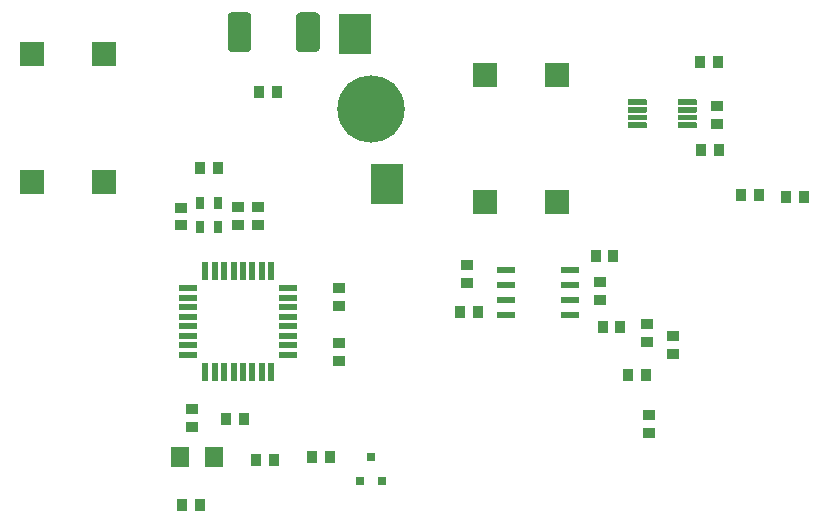
<source format=gtp>
G04 #@! TF.GenerationSoftware,KiCad,Pcbnew,5.1.5-52549c5~86~ubuntu18.04.1*
G04 #@! TF.CreationDate,2020-09-23T21:30:46-07:00*
G04 #@! TF.ProjectId,heat2sound_rx_and_tx_rev02,68656174-3273-46f7-956e-645f72785f61,rev?*
G04 #@! TF.SameCoordinates,Original*
G04 #@! TF.FileFunction,Paste,Top*
G04 #@! TF.FilePolarity,Positive*
%FSLAX46Y46*%
G04 Gerber Fmt 4.6, Leading zero omitted, Abs format (unit mm)*
G04 Created by KiCad (PCBNEW 5.1.5-52549c5~86~ubuntu18.04.1) date 2020-09-23 21:30:46*
%MOMM*%
%LPD*%
G04 APERTURE LIST*
%ADD10R,1.000000X0.900000*%
%ADD11R,1.000760X0.899160*%
%ADD12R,1.600000X0.550000*%
%ADD13R,0.550000X1.600000*%
%ADD14R,0.800000X1.000000*%
%ADD15C,0.100000*%
%ADD16R,0.899160X1.000760*%
%ADD17R,0.800100X0.800100*%
%ADD18R,1.998980X1.998980*%
%ADD19C,5.700000*%
%ADD20R,2.700000X3.500000*%
%ADD21R,1.597660X1.800860*%
%ADD22R,0.900000X1.000000*%
%ADD23R,1.550000X0.600000*%
G04 APERTURE END LIST*
D10*
X93900000Y-116096320D03*
D11*
X93900000Y-117600000D03*
D12*
X103000000Y-122950000D03*
X103000000Y-123750000D03*
X103000000Y-124550000D03*
X103000000Y-125350000D03*
X103000000Y-126150000D03*
X103000000Y-126950000D03*
X103000000Y-127750000D03*
X103000000Y-128550000D03*
D13*
X101550000Y-130000000D03*
X100750000Y-130000000D03*
X99950000Y-130000000D03*
X99150000Y-130000000D03*
X98350000Y-130000000D03*
X97550000Y-130000000D03*
X96750000Y-130000000D03*
X95950000Y-130000000D03*
D12*
X94500000Y-128550000D03*
X94500000Y-127750000D03*
X94500000Y-126950000D03*
X94500000Y-126150000D03*
X94500000Y-125350000D03*
X94500000Y-124550000D03*
X94500000Y-123750000D03*
X94500000Y-122950000D03*
D13*
X95950000Y-121500000D03*
X96750000Y-121500000D03*
X97550000Y-121500000D03*
X98350000Y-121500000D03*
X99150000Y-121500000D03*
X99950000Y-121500000D03*
X100750000Y-121500000D03*
X101550000Y-121500000D03*
D14*
X95500000Y-115750000D03*
X95500000Y-117750000D03*
X97000000Y-115750000D03*
X97000000Y-117750000D03*
D15*
G36*
X105316266Y-99576782D02*
G01*
X105352183Y-99582109D01*
X105387405Y-99590932D01*
X105421593Y-99603165D01*
X105454417Y-99618689D01*
X105485561Y-99637356D01*
X105514726Y-99658986D01*
X105541630Y-99683370D01*
X105566014Y-99710274D01*
X105587644Y-99739439D01*
X105606311Y-99770583D01*
X105621835Y-99803407D01*
X105634068Y-99837595D01*
X105642891Y-99872817D01*
X105648218Y-99908734D01*
X105650000Y-99945000D01*
X105650000Y-102555000D01*
X105648218Y-102591266D01*
X105642891Y-102627183D01*
X105634068Y-102662405D01*
X105621835Y-102696593D01*
X105606311Y-102729417D01*
X105587644Y-102760561D01*
X105566014Y-102789726D01*
X105541630Y-102816630D01*
X105514726Y-102841014D01*
X105485561Y-102862644D01*
X105454417Y-102881311D01*
X105421593Y-102896835D01*
X105387405Y-102909068D01*
X105352183Y-102917891D01*
X105316266Y-102923218D01*
X105280000Y-102925000D01*
X104020000Y-102925000D01*
X103983734Y-102923218D01*
X103947817Y-102917891D01*
X103912595Y-102909068D01*
X103878407Y-102896835D01*
X103845583Y-102881311D01*
X103814439Y-102862644D01*
X103785274Y-102841014D01*
X103758370Y-102816630D01*
X103733986Y-102789726D01*
X103712356Y-102760561D01*
X103693689Y-102729417D01*
X103678165Y-102696593D01*
X103665932Y-102662405D01*
X103657109Y-102627183D01*
X103651782Y-102591266D01*
X103650000Y-102555000D01*
X103650000Y-99945000D01*
X103651782Y-99908734D01*
X103657109Y-99872817D01*
X103665932Y-99837595D01*
X103678165Y-99803407D01*
X103693689Y-99770583D01*
X103712356Y-99739439D01*
X103733986Y-99710274D01*
X103758370Y-99683370D01*
X103785274Y-99658986D01*
X103814439Y-99637356D01*
X103845583Y-99618689D01*
X103878407Y-99603165D01*
X103912595Y-99590932D01*
X103947817Y-99582109D01*
X103983734Y-99576782D01*
X104020000Y-99575000D01*
X105280000Y-99575000D01*
X105316266Y-99576782D01*
G37*
G36*
X99516266Y-99576782D02*
G01*
X99552183Y-99582109D01*
X99587405Y-99590932D01*
X99621593Y-99603165D01*
X99654417Y-99618689D01*
X99685561Y-99637356D01*
X99714726Y-99658986D01*
X99741630Y-99683370D01*
X99766014Y-99710274D01*
X99787644Y-99739439D01*
X99806311Y-99770583D01*
X99821835Y-99803407D01*
X99834068Y-99837595D01*
X99842891Y-99872817D01*
X99848218Y-99908734D01*
X99850000Y-99945000D01*
X99850000Y-102555000D01*
X99848218Y-102591266D01*
X99842891Y-102627183D01*
X99834068Y-102662405D01*
X99821835Y-102696593D01*
X99806311Y-102729417D01*
X99787644Y-102760561D01*
X99766014Y-102789726D01*
X99741630Y-102816630D01*
X99714726Y-102841014D01*
X99685561Y-102862644D01*
X99654417Y-102881311D01*
X99621593Y-102896835D01*
X99587405Y-102909068D01*
X99552183Y-102917891D01*
X99516266Y-102923218D01*
X99480000Y-102925000D01*
X98220000Y-102925000D01*
X98183734Y-102923218D01*
X98147817Y-102917891D01*
X98112595Y-102909068D01*
X98078407Y-102896835D01*
X98045583Y-102881311D01*
X98014439Y-102862644D01*
X97985274Y-102841014D01*
X97958370Y-102816630D01*
X97933986Y-102789726D01*
X97912356Y-102760561D01*
X97893689Y-102729417D01*
X97878165Y-102696593D01*
X97865932Y-102662405D01*
X97857109Y-102627183D01*
X97851782Y-102591266D01*
X97850000Y-102555000D01*
X97850000Y-99945000D01*
X97851782Y-99908734D01*
X97857109Y-99872817D01*
X97865932Y-99837595D01*
X97878165Y-99803407D01*
X97893689Y-99770583D01*
X97912356Y-99739439D01*
X97933986Y-99710274D01*
X97958370Y-99683370D01*
X97985274Y-99658986D01*
X98014439Y-99637356D01*
X98045583Y-99618689D01*
X98078407Y-99603165D01*
X98112595Y-99590932D01*
X98147817Y-99582109D01*
X98183734Y-99576782D01*
X98220000Y-99575000D01*
X99480000Y-99575000D01*
X99516266Y-99576782D01*
G37*
D16*
X95501840Y-141250000D03*
X93998160Y-141250000D03*
X100548160Y-106300000D03*
X102051840Y-106300000D03*
D11*
X107300000Y-122948160D03*
X107300000Y-124451840D03*
D16*
X97001840Y-112750000D03*
X95498160Y-112750000D03*
D11*
X107300000Y-129051840D03*
X107300000Y-127548160D03*
D16*
X100248160Y-137500000D03*
X101751840Y-137500000D03*
D17*
X110000000Y-137250000D03*
X110950000Y-139250000D03*
X109050000Y-139250000D03*
D18*
X87350960Y-113915280D03*
X81249880Y-113915280D03*
X87350960Y-103089800D03*
X81249880Y-103089800D03*
D19*
X110000000Y-107750000D03*
D20*
X108650000Y-101400000D03*
X111350000Y-114100000D03*
D21*
X96669860Y-137250000D03*
X93830140Y-137250000D03*
D22*
X97748160Y-134000000D03*
D16*
X99251840Y-134000000D03*
D10*
X94800000Y-133148160D03*
D11*
X94800000Y-134651840D03*
D22*
X104998160Y-137250000D03*
D16*
X106501840Y-137250000D03*
D10*
X100400000Y-117551840D03*
D11*
X100400000Y-116048160D03*
X98700000Y-116048160D03*
D10*
X98700000Y-117551840D03*
D15*
G36*
X133247252Y-106925602D02*
G01*
X133259386Y-106927402D01*
X133271286Y-106930382D01*
X133282835Y-106934515D01*
X133293925Y-106939760D01*
X133304446Y-106946066D01*
X133314299Y-106953374D01*
X133323388Y-106961612D01*
X133331626Y-106970701D01*
X133338934Y-106980554D01*
X133345240Y-106991075D01*
X133350485Y-107002165D01*
X133354618Y-107013714D01*
X133357598Y-107025614D01*
X133359398Y-107037748D01*
X133360000Y-107050000D01*
X133360000Y-107300000D01*
X133359398Y-107312252D01*
X133357598Y-107324386D01*
X133354618Y-107336286D01*
X133350485Y-107347835D01*
X133345240Y-107358925D01*
X133338934Y-107369446D01*
X133331626Y-107379299D01*
X133323388Y-107388388D01*
X133314299Y-107396626D01*
X133304446Y-107403934D01*
X133293925Y-107410240D01*
X133282835Y-107415485D01*
X133271286Y-107419618D01*
X133259386Y-107422598D01*
X133247252Y-107424398D01*
X133235000Y-107425000D01*
X131860000Y-107425000D01*
X131847748Y-107424398D01*
X131835614Y-107422598D01*
X131823714Y-107419618D01*
X131812165Y-107415485D01*
X131801075Y-107410240D01*
X131790554Y-107403934D01*
X131780701Y-107396626D01*
X131771612Y-107388388D01*
X131763374Y-107379299D01*
X131756066Y-107369446D01*
X131749760Y-107358925D01*
X131744515Y-107347835D01*
X131740382Y-107336286D01*
X131737402Y-107324386D01*
X131735602Y-107312252D01*
X131735000Y-107300000D01*
X131735000Y-107050000D01*
X131735602Y-107037748D01*
X131737402Y-107025614D01*
X131740382Y-107013714D01*
X131744515Y-107002165D01*
X131749760Y-106991075D01*
X131756066Y-106980554D01*
X131763374Y-106970701D01*
X131771612Y-106961612D01*
X131780701Y-106953374D01*
X131790554Y-106946066D01*
X131801075Y-106939760D01*
X131812165Y-106934515D01*
X131823714Y-106930382D01*
X131835614Y-106927402D01*
X131847748Y-106925602D01*
X131860000Y-106925000D01*
X133235000Y-106925000D01*
X133247252Y-106925602D01*
G37*
G36*
X133247252Y-107575602D02*
G01*
X133259386Y-107577402D01*
X133271286Y-107580382D01*
X133282835Y-107584515D01*
X133293925Y-107589760D01*
X133304446Y-107596066D01*
X133314299Y-107603374D01*
X133323388Y-107611612D01*
X133331626Y-107620701D01*
X133338934Y-107630554D01*
X133345240Y-107641075D01*
X133350485Y-107652165D01*
X133354618Y-107663714D01*
X133357598Y-107675614D01*
X133359398Y-107687748D01*
X133360000Y-107700000D01*
X133360000Y-107950000D01*
X133359398Y-107962252D01*
X133357598Y-107974386D01*
X133354618Y-107986286D01*
X133350485Y-107997835D01*
X133345240Y-108008925D01*
X133338934Y-108019446D01*
X133331626Y-108029299D01*
X133323388Y-108038388D01*
X133314299Y-108046626D01*
X133304446Y-108053934D01*
X133293925Y-108060240D01*
X133282835Y-108065485D01*
X133271286Y-108069618D01*
X133259386Y-108072598D01*
X133247252Y-108074398D01*
X133235000Y-108075000D01*
X131860000Y-108075000D01*
X131847748Y-108074398D01*
X131835614Y-108072598D01*
X131823714Y-108069618D01*
X131812165Y-108065485D01*
X131801075Y-108060240D01*
X131790554Y-108053934D01*
X131780701Y-108046626D01*
X131771612Y-108038388D01*
X131763374Y-108029299D01*
X131756066Y-108019446D01*
X131749760Y-108008925D01*
X131744515Y-107997835D01*
X131740382Y-107986286D01*
X131737402Y-107974386D01*
X131735602Y-107962252D01*
X131735000Y-107950000D01*
X131735000Y-107700000D01*
X131735602Y-107687748D01*
X131737402Y-107675614D01*
X131740382Y-107663714D01*
X131744515Y-107652165D01*
X131749760Y-107641075D01*
X131756066Y-107630554D01*
X131763374Y-107620701D01*
X131771612Y-107611612D01*
X131780701Y-107603374D01*
X131790554Y-107596066D01*
X131801075Y-107589760D01*
X131812165Y-107584515D01*
X131823714Y-107580382D01*
X131835614Y-107577402D01*
X131847748Y-107575602D01*
X131860000Y-107575000D01*
X133235000Y-107575000D01*
X133247252Y-107575602D01*
G37*
G36*
X133247252Y-108225602D02*
G01*
X133259386Y-108227402D01*
X133271286Y-108230382D01*
X133282835Y-108234515D01*
X133293925Y-108239760D01*
X133304446Y-108246066D01*
X133314299Y-108253374D01*
X133323388Y-108261612D01*
X133331626Y-108270701D01*
X133338934Y-108280554D01*
X133345240Y-108291075D01*
X133350485Y-108302165D01*
X133354618Y-108313714D01*
X133357598Y-108325614D01*
X133359398Y-108337748D01*
X133360000Y-108350000D01*
X133360000Y-108600000D01*
X133359398Y-108612252D01*
X133357598Y-108624386D01*
X133354618Y-108636286D01*
X133350485Y-108647835D01*
X133345240Y-108658925D01*
X133338934Y-108669446D01*
X133331626Y-108679299D01*
X133323388Y-108688388D01*
X133314299Y-108696626D01*
X133304446Y-108703934D01*
X133293925Y-108710240D01*
X133282835Y-108715485D01*
X133271286Y-108719618D01*
X133259386Y-108722598D01*
X133247252Y-108724398D01*
X133235000Y-108725000D01*
X131860000Y-108725000D01*
X131847748Y-108724398D01*
X131835614Y-108722598D01*
X131823714Y-108719618D01*
X131812165Y-108715485D01*
X131801075Y-108710240D01*
X131790554Y-108703934D01*
X131780701Y-108696626D01*
X131771612Y-108688388D01*
X131763374Y-108679299D01*
X131756066Y-108669446D01*
X131749760Y-108658925D01*
X131744515Y-108647835D01*
X131740382Y-108636286D01*
X131737402Y-108624386D01*
X131735602Y-108612252D01*
X131735000Y-108600000D01*
X131735000Y-108350000D01*
X131735602Y-108337748D01*
X131737402Y-108325614D01*
X131740382Y-108313714D01*
X131744515Y-108302165D01*
X131749760Y-108291075D01*
X131756066Y-108280554D01*
X131763374Y-108270701D01*
X131771612Y-108261612D01*
X131780701Y-108253374D01*
X131790554Y-108246066D01*
X131801075Y-108239760D01*
X131812165Y-108234515D01*
X131823714Y-108230382D01*
X131835614Y-108227402D01*
X131847748Y-108225602D01*
X131860000Y-108225000D01*
X133235000Y-108225000D01*
X133247252Y-108225602D01*
G37*
G36*
X133247252Y-108875602D02*
G01*
X133259386Y-108877402D01*
X133271286Y-108880382D01*
X133282835Y-108884515D01*
X133293925Y-108889760D01*
X133304446Y-108896066D01*
X133314299Y-108903374D01*
X133323388Y-108911612D01*
X133331626Y-108920701D01*
X133338934Y-108930554D01*
X133345240Y-108941075D01*
X133350485Y-108952165D01*
X133354618Y-108963714D01*
X133357598Y-108975614D01*
X133359398Y-108987748D01*
X133360000Y-109000000D01*
X133360000Y-109250000D01*
X133359398Y-109262252D01*
X133357598Y-109274386D01*
X133354618Y-109286286D01*
X133350485Y-109297835D01*
X133345240Y-109308925D01*
X133338934Y-109319446D01*
X133331626Y-109329299D01*
X133323388Y-109338388D01*
X133314299Y-109346626D01*
X133304446Y-109353934D01*
X133293925Y-109360240D01*
X133282835Y-109365485D01*
X133271286Y-109369618D01*
X133259386Y-109372598D01*
X133247252Y-109374398D01*
X133235000Y-109375000D01*
X131860000Y-109375000D01*
X131847748Y-109374398D01*
X131835614Y-109372598D01*
X131823714Y-109369618D01*
X131812165Y-109365485D01*
X131801075Y-109360240D01*
X131790554Y-109353934D01*
X131780701Y-109346626D01*
X131771612Y-109338388D01*
X131763374Y-109329299D01*
X131756066Y-109319446D01*
X131749760Y-109308925D01*
X131744515Y-109297835D01*
X131740382Y-109286286D01*
X131737402Y-109274386D01*
X131735602Y-109262252D01*
X131735000Y-109250000D01*
X131735000Y-109000000D01*
X131735602Y-108987748D01*
X131737402Y-108975614D01*
X131740382Y-108963714D01*
X131744515Y-108952165D01*
X131749760Y-108941075D01*
X131756066Y-108930554D01*
X131763374Y-108920701D01*
X131771612Y-108911612D01*
X131780701Y-108903374D01*
X131790554Y-108896066D01*
X131801075Y-108889760D01*
X131812165Y-108884515D01*
X131823714Y-108880382D01*
X131835614Y-108877402D01*
X131847748Y-108875602D01*
X131860000Y-108875000D01*
X133235000Y-108875000D01*
X133247252Y-108875602D01*
G37*
G36*
X137472252Y-108875602D02*
G01*
X137484386Y-108877402D01*
X137496286Y-108880382D01*
X137507835Y-108884515D01*
X137518925Y-108889760D01*
X137529446Y-108896066D01*
X137539299Y-108903374D01*
X137548388Y-108911612D01*
X137556626Y-108920701D01*
X137563934Y-108930554D01*
X137570240Y-108941075D01*
X137575485Y-108952165D01*
X137579618Y-108963714D01*
X137582598Y-108975614D01*
X137584398Y-108987748D01*
X137585000Y-109000000D01*
X137585000Y-109250000D01*
X137584398Y-109262252D01*
X137582598Y-109274386D01*
X137579618Y-109286286D01*
X137575485Y-109297835D01*
X137570240Y-109308925D01*
X137563934Y-109319446D01*
X137556626Y-109329299D01*
X137548388Y-109338388D01*
X137539299Y-109346626D01*
X137529446Y-109353934D01*
X137518925Y-109360240D01*
X137507835Y-109365485D01*
X137496286Y-109369618D01*
X137484386Y-109372598D01*
X137472252Y-109374398D01*
X137460000Y-109375000D01*
X136085000Y-109375000D01*
X136072748Y-109374398D01*
X136060614Y-109372598D01*
X136048714Y-109369618D01*
X136037165Y-109365485D01*
X136026075Y-109360240D01*
X136015554Y-109353934D01*
X136005701Y-109346626D01*
X135996612Y-109338388D01*
X135988374Y-109329299D01*
X135981066Y-109319446D01*
X135974760Y-109308925D01*
X135969515Y-109297835D01*
X135965382Y-109286286D01*
X135962402Y-109274386D01*
X135960602Y-109262252D01*
X135960000Y-109250000D01*
X135960000Y-109000000D01*
X135960602Y-108987748D01*
X135962402Y-108975614D01*
X135965382Y-108963714D01*
X135969515Y-108952165D01*
X135974760Y-108941075D01*
X135981066Y-108930554D01*
X135988374Y-108920701D01*
X135996612Y-108911612D01*
X136005701Y-108903374D01*
X136015554Y-108896066D01*
X136026075Y-108889760D01*
X136037165Y-108884515D01*
X136048714Y-108880382D01*
X136060614Y-108877402D01*
X136072748Y-108875602D01*
X136085000Y-108875000D01*
X137460000Y-108875000D01*
X137472252Y-108875602D01*
G37*
G36*
X137472252Y-108225602D02*
G01*
X137484386Y-108227402D01*
X137496286Y-108230382D01*
X137507835Y-108234515D01*
X137518925Y-108239760D01*
X137529446Y-108246066D01*
X137539299Y-108253374D01*
X137548388Y-108261612D01*
X137556626Y-108270701D01*
X137563934Y-108280554D01*
X137570240Y-108291075D01*
X137575485Y-108302165D01*
X137579618Y-108313714D01*
X137582598Y-108325614D01*
X137584398Y-108337748D01*
X137585000Y-108350000D01*
X137585000Y-108600000D01*
X137584398Y-108612252D01*
X137582598Y-108624386D01*
X137579618Y-108636286D01*
X137575485Y-108647835D01*
X137570240Y-108658925D01*
X137563934Y-108669446D01*
X137556626Y-108679299D01*
X137548388Y-108688388D01*
X137539299Y-108696626D01*
X137529446Y-108703934D01*
X137518925Y-108710240D01*
X137507835Y-108715485D01*
X137496286Y-108719618D01*
X137484386Y-108722598D01*
X137472252Y-108724398D01*
X137460000Y-108725000D01*
X136085000Y-108725000D01*
X136072748Y-108724398D01*
X136060614Y-108722598D01*
X136048714Y-108719618D01*
X136037165Y-108715485D01*
X136026075Y-108710240D01*
X136015554Y-108703934D01*
X136005701Y-108696626D01*
X135996612Y-108688388D01*
X135988374Y-108679299D01*
X135981066Y-108669446D01*
X135974760Y-108658925D01*
X135969515Y-108647835D01*
X135965382Y-108636286D01*
X135962402Y-108624386D01*
X135960602Y-108612252D01*
X135960000Y-108600000D01*
X135960000Y-108350000D01*
X135960602Y-108337748D01*
X135962402Y-108325614D01*
X135965382Y-108313714D01*
X135969515Y-108302165D01*
X135974760Y-108291075D01*
X135981066Y-108280554D01*
X135988374Y-108270701D01*
X135996612Y-108261612D01*
X136005701Y-108253374D01*
X136015554Y-108246066D01*
X136026075Y-108239760D01*
X136037165Y-108234515D01*
X136048714Y-108230382D01*
X136060614Y-108227402D01*
X136072748Y-108225602D01*
X136085000Y-108225000D01*
X137460000Y-108225000D01*
X137472252Y-108225602D01*
G37*
G36*
X137472252Y-107575602D02*
G01*
X137484386Y-107577402D01*
X137496286Y-107580382D01*
X137507835Y-107584515D01*
X137518925Y-107589760D01*
X137529446Y-107596066D01*
X137539299Y-107603374D01*
X137548388Y-107611612D01*
X137556626Y-107620701D01*
X137563934Y-107630554D01*
X137570240Y-107641075D01*
X137575485Y-107652165D01*
X137579618Y-107663714D01*
X137582598Y-107675614D01*
X137584398Y-107687748D01*
X137585000Y-107700000D01*
X137585000Y-107950000D01*
X137584398Y-107962252D01*
X137582598Y-107974386D01*
X137579618Y-107986286D01*
X137575485Y-107997835D01*
X137570240Y-108008925D01*
X137563934Y-108019446D01*
X137556626Y-108029299D01*
X137548388Y-108038388D01*
X137539299Y-108046626D01*
X137529446Y-108053934D01*
X137518925Y-108060240D01*
X137507835Y-108065485D01*
X137496286Y-108069618D01*
X137484386Y-108072598D01*
X137472252Y-108074398D01*
X137460000Y-108075000D01*
X136085000Y-108075000D01*
X136072748Y-108074398D01*
X136060614Y-108072598D01*
X136048714Y-108069618D01*
X136037165Y-108065485D01*
X136026075Y-108060240D01*
X136015554Y-108053934D01*
X136005701Y-108046626D01*
X135996612Y-108038388D01*
X135988374Y-108029299D01*
X135981066Y-108019446D01*
X135974760Y-108008925D01*
X135969515Y-107997835D01*
X135965382Y-107986286D01*
X135962402Y-107974386D01*
X135960602Y-107962252D01*
X135960000Y-107950000D01*
X135960000Y-107700000D01*
X135960602Y-107687748D01*
X135962402Y-107675614D01*
X135965382Y-107663714D01*
X135969515Y-107652165D01*
X135974760Y-107641075D01*
X135981066Y-107630554D01*
X135988374Y-107620701D01*
X135996612Y-107611612D01*
X136005701Y-107603374D01*
X136015554Y-107596066D01*
X136026075Y-107589760D01*
X136037165Y-107584515D01*
X136048714Y-107580382D01*
X136060614Y-107577402D01*
X136072748Y-107575602D01*
X136085000Y-107575000D01*
X137460000Y-107575000D01*
X137472252Y-107575602D01*
G37*
G36*
X137472252Y-106925602D02*
G01*
X137484386Y-106927402D01*
X137496286Y-106930382D01*
X137507835Y-106934515D01*
X137518925Y-106939760D01*
X137529446Y-106946066D01*
X137539299Y-106953374D01*
X137548388Y-106961612D01*
X137556626Y-106970701D01*
X137563934Y-106980554D01*
X137570240Y-106991075D01*
X137575485Y-107002165D01*
X137579618Y-107013714D01*
X137582598Y-107025614D01*
X137584398Y-107037748D01*
X137585000Y-107050000D01*
X137585000Y-107300000D01*
X137584398Y-107312252D01*
X137582598Y-107324386D01*
X137579618Y-107336286D01*
X137575485Y-107347835D01*
X137570240Y-107358925D01*
X137563934Y-107369446D01*
X137556626Y-107379299D01*
X137548388Y-107388388D01*
X137539299Y-107396626D01*
X137529446Y-107403934D01*
X137518925Y-107410240D01*
X137507835Y-107415485D01*
X137496286Y-107419618D01*
X137484386Y-107422598D01*
X137472252Y-107424398D01*
X137460000Y-107425000D01*
X136085000Y-107425000D01*
X136072748Y-107424398D01*
X136060614Y-107422598D01*
X136048714Y-107419618D01*
X136037165Y-107415485D01*
X136026075Y-107410240D01*
X136015554Y-107403934D01*
X136005701Y-107396626D01*
X135996612Y-107388388D01*
X135988374Y-107379299D01*
X135981066Y-107369446D01*
X135974760Y-107358925D01*
X135969515Y-107347835D01*
X135965382Y-107336286D01*
X135962402Y-107324386D01*
X135960602Y-107312252D01*
X135960000Y-107300000D01*
X135960000Y-107050000D01*
X135960602Y-107037748D01*
X135962402Y-107025614D01*
X135965382Y-107013714D01*
X135969515Y-107002165D01*
X135974760Y-106991075D01*
X135981066Y-106980554D01*
X135988374Y-106970701D01*
X135996612Y-106961612D01*
X136005701Y-106953374D01*
X136015554Y-106946066D01*
X136026075Y-106939760D01*
X136037165Y-106934515D01*
X136048714Y-106930382D01*
X136060614Y-106927402D01*
X136072748Y-106925602D01*
X136085000Y-106925000D01*
X137460000Y-106925000D01*
X137472252Y-106925602D01*
G37*
D22*
X128998160Y-120200000D03*
D16*
X130501840Y-120200000D03*
D11*
X133350000Y-125998160D03*
D10*
X133350000Y-127501840D03*
D11*
X133530000Y-135170000D03*
D10*
X133530000Y-133666320D03*
X139270000Y-109041840D03*
D11*
X139270000Y-107538160D03*
D16*
X145150000Y-115190000D03*
D22*
X146653680Y-115190000D03*
X141318160Y-115060000D03*
D16*
X142821840Y-115060000D03*
X139413680Y-111200000D03*
X137910000Y-111200000D03*
X137850000Y-103750000D03*
X139353680Y-103750000D03*
D18*
X119599880Y-104839800D03*
X125700960Y-104839800D03*
X119599880Y-115665280D03*
X125700960Y-115665280D03*
D16*
X119021840Y-124930000D03*
X117518160Y-124930000D03*
D11*
X118100000Y-122501840D03*
X118100000Y-120998160D03*
D16*
X131101840Y-126250000D03*
X129598160Y-126250000D03*
D11*
X129375000Y-122423160D03*
X129375000Y-123926840D03*
X135600000Y-128500000D03*
X135600000Y-126996320D03*
D16*
X131790000Y-130250000D03*
X133293680Y-130250000D03*
D23*
X121400000Y-121345000D03*
X121400000Y-122615000D03*
X121400000Y-123885000D03*
X121400000Y-125155000D03*
X126800000Y-125155000D03*
X126800000Y-123885000D03*
X126800000Y-122615000D03*
X126800000Y-121345000D03*
M02*

</source>
